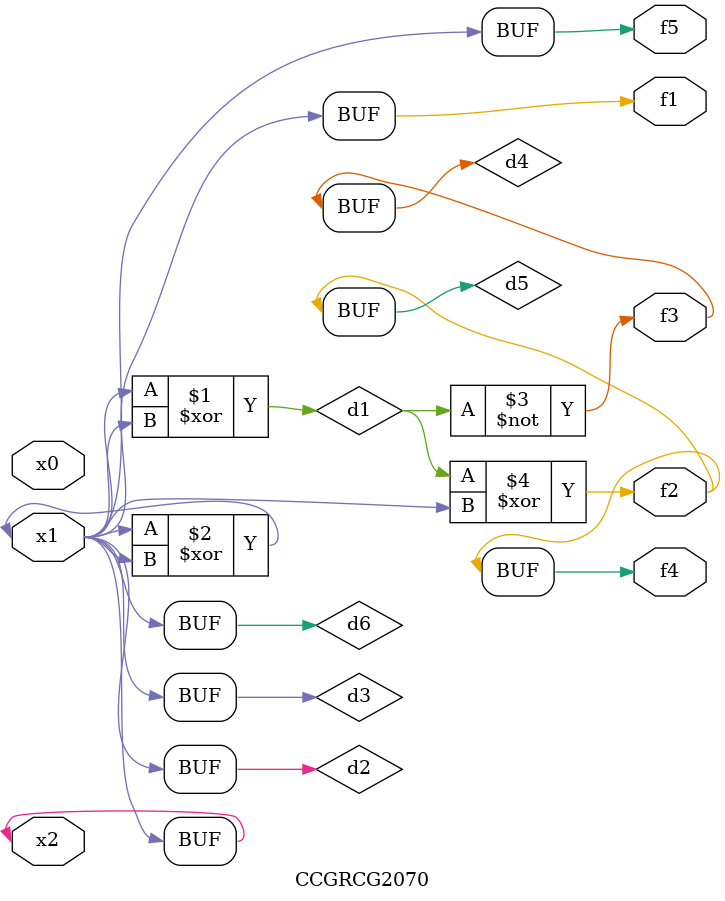
<source format=v>
module CCGRCG2070(
	input x0, x1, x2,
	output f1, f2, f3, f4, f5
);

	wire d1, d2, d3, d4, d5, d6;

	xor (d1, x1, x2);
	buf (d2, x1, x2);
	xor (d3, x1, x2);
	nor (d4, d1);
	xor (d5, d1, d2);
	buf (d6, d2, d3);
	assign f1 = d6;
	assign f2 = d5;
	assign f3 = d4;
	assign f4 = d5;
	assign f5 = d6;
endmodule

</source>
